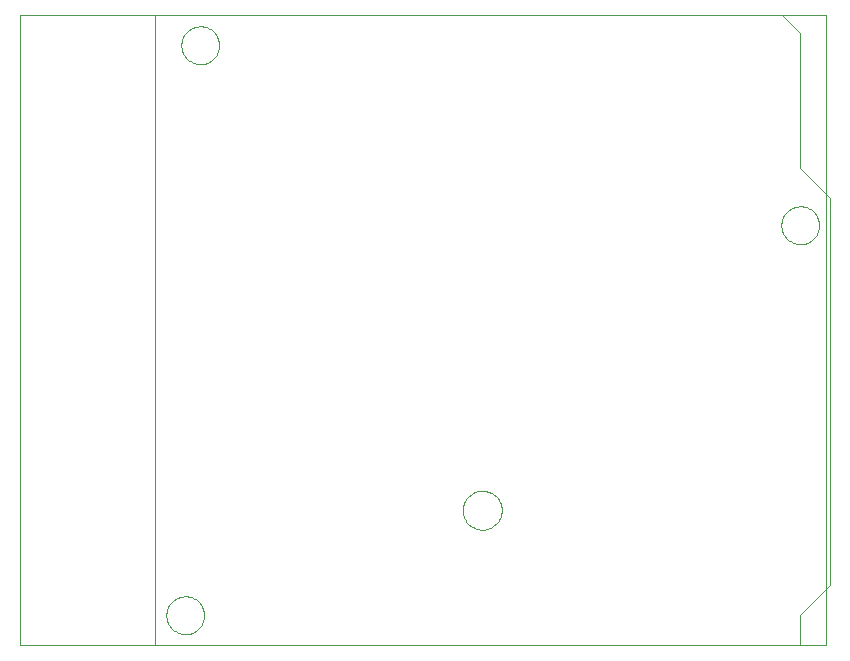
<source format=gbp>
G75*
G70*
%OFA0B0*%
%FSLAX24Y24*%
%IPPOS*%
%LPD*%
%AMOC8*
5,1,8,0,0,1.08239X$1,22.5*
%
%ADD10C,0.0000*%
D10*
X002706Y000504D02*
X002706Y021504D01*
X028106Y021504D01*
X028706Y020904D01*
X028706Y016404D01*
X029706Y015404D01*
X029706Y002504D01*
X028706Y001504D01*
X028706Y000504D01*
X002706Y000504D01*
X007206Y000504D02*
X007206Y021500D01*
X029576Y021500D01*
X029576Y000504D01*
X007206Y000504D01*
X007576Y001504D02*
X007578Y001554D01*
X007584Y001604D01*
X007594Y001653D01*
X007608Y001701D01*
X007625Y001748D01*
X007646Y001793D01*
X007671Y001837D01*
X007699Y001878D01*
X007731Y001917D01*
X007765Y001954D01*
X007802Y001988D01*
X007842Y002018D01*
X007884Y002045D01*
X007928Y002069D01*
X007974Y002090D01*
X008021Y002106D01*
X008069Y002119D01*
X008119Y002128D01*
X008168Y002133D01*
X008219Y002134D01*
X008269Y002131D01*
X008318Y002124D01*
X008367Y002113D01*
X008415Y002098D01*
X008461Y002080D01*
X008506Y002058D01*
X008549Y002032D01*
X008590Y002003D01*
X008629Y001971D01*
X008665Y001936D01*
X008697Y001898D01*
X008727Y001858D01*
X008754Y001815D01*
X008777Y001771D01*
X008796Y001725D01*
X008812Y001677D01*
X008824Y001628D01*
X008832Y001579D01*
X008836Y001529D01*
X008836Y001479D01*
X008832Y001429D01*
X008824Y001380D01*
X008812Y001331D01*
X008796Y001283D01*
X008777Y001237D01*
X008754Y001193D01*
X008727Y001150D01*
X008697Y001110D01*
X008665Y001072D01*
X008629Y001037D01*
X008590Y001005D01*
X008549Y000976D01*
X008506Y000950D01*
X008461Y000928D01*
X008415Y000910D01*
X008367Y000895D01*
X008318Y000884D01*
X008269Y000877D01*
X008219Y000874D01*
X008168Y000875D01*
X008119Y000880D01*
X008069Y000889D01*
X008021Y000902D01*
X007974Y000918D01*
X007928Y000939D01*
X007884Y000963D01*
X007842Y000990D01*
X007802Y001020D01*
X007765Y001054D01*
X007731Y001091D01*
X007699Y001130D01*
X007671Y001171D01*
X007646Y001215D01*
X007625Y001260D01*
X007608Y001307D01*
X007594Y001355D01*
X007584Y001404D01*
X007578Y001454D01*
X007576Y001504D01*
X017456Y005004D02*
X017458Y005054D01*
X017464Y005104D01*
X017474Y005154D01*
X017487Y005202D01*
X017504Y005250D01*
X017525Y005296D01*
X017549Y005340D01*
X017577Y005382D01*
X017608Y005422D01*
X017642Y005459D01*
X017679Y005494D01*
X017718Y005525D01*
X017759Y005554D01*
X017803Y005579D01*
X017849Y005601D01*
X017896Y005619D01*
X017944Y005633D01*
X017993Y005644D01*
X018043Y005651D01*
X018093Y005654D01*
X018144Y005653D01*
X018194Y005648D01*
X018244Y005639D01*
X018292Y005627D01*
X018340Y005610D01*
X018386Y005590D01*
X018431Y005567D01*
X018474Y005540D01*
X018514Y005510D01*
X018552Y005477D01*
X018587Y005441D01*
X018620Y005402D01*
X018649Y005361D01*
X018675Y005318D01*
X018698Y005273D01*
X018717Y005226D01*
X018732Y005178D01*
X018744Y005129D01*
X018752Y005079D01*
X018756Y005029D01*
X018756Y004979D01*
X018752Y004929D01*
X018744Y004879D01*
X018732Y004830D01*
X018717Y004782D01*
X018698Y004735D01*
X018675Y004690D01*
X018649Y004647D01*
X018620Y004606D01*
X018587Y004567D01*
X018552Y004531D01*
X018514Y004498D01*
X018474Y004468D01*
X018431Y004441D01*
X018386Y004418D01*
X018340Y004398D01*
X018292Y004381D01*
X018244Y004369D01*
X018194Y004360D01*
X018144Y004355D01*
X018093Y004354D01*
X018043Y004357D01*
X017993Y004364D01*
X017944Y004375D01*
X017896Y004389D01*
X017849Y004407D01*
X017803Y004429D01*
X017759Y004454D01*
X017718Y004483D01*
X017679Y004514D01*
X017642Y004549D01*
X017608Y004586D01*
X017577Y004626D01*
X017549Y004668D01*
X017525Y004712D01*
X017504Y004758D01*
X017487Y004806D01*
X017474Y004854D01*
X017464Y004904D01*
X017458Y004954D01*
X017456Y005004D01*
X028076Y014504D02*
X028078Y014554D01*
X028084Y014604D01*
X028094Y014653D01*
X028108Y014701D01*
X028125Y014748D01*
X028146Y014793D01*
X028171Y014837D01*
X028199Y014878D01*
X028231Y014917D01*
X028265Y014954D01*
X028302Y014988D01*
X028342Y015018D01*
X028384Y015045D01*
X028428Y015069D01*
X028474Y015090D01*
X028521Y015106D01*
X028569Y015119D01*
X028619Y015128D01*
X028668Y015133D01*
X028719Y015134D01*
X028769Y015131D01*
X028818Y015124D01*
X028867Y015113D01*
X028915Y015098D01*
X028961Y015080D01*
X029006Y015058D01*
X029049Y015032D01*
X029090Y015003D01*
X029129Y014971D01*
X029165Y014936D01*
X029197Y014898D01*
X029227Y014858D01*
X029254Y014815D01*
X029277Y014771D01*
X029296Y014725D01*
X029312Y014677D01*
X029324Y014628D01*
X029332Y014579D01*
X029336Y014529D01*
X029336Y014479D01*
X029332Y014429D01*
X029324Y014380D01*
X029312Y014331D01*
X029296Y014283D01*
X029277Y014237D01*
X029254Y014193D01*
X029227Y014150D01*
X029197Y014110D01*
X029165Y014072D01*
X029129Y014037D01*
X029090Y014005D01*
X029049Y013976D01*
X029006Y013950D01*
X028961Y013928D01*
X028915Y013910D01*
X028867Y013895D01*
X028818Y013884D01*
X028769Y013877D01*
X028719Y013874D01*
X028668Y013875D01*
X028619Y013880D01*
X028569Y013889D01*
X028521Y013902D01*
X028474Y013918D01*
X028428Y013939D01*
X028384Y013963D01*
X028342Y013990D01*
X028302Y014020D01*
X028265Y014054D01*
X028231Y014091D01*
X028199Y014130D01*
X028171Y014171D01*
X028146Y014215D01*
X028125Y014260D01*
X028108Y014307D01*
X028094Y014355D01*
X028084Y014404D01*
X028078Y014454D01*
X028076Y014504D01*
X008076Y020504D02*
X008078Y020554D01*
X008084Y020604D01*
X008094Y020653D01*
X008108Y020701D01*
X008125Y020748D01*
X008146Y020793D01*
X008171Y020837D01*
X008199Y020878D01*
X008231Y020917D01*
X008265Y020954D01*
X008302Y020988D01*
X008342Y021018D01*
X008384Y021045D01*
X008428Y021069D01*
X008474Y021090D01*
X008521Y021106D01*
X008569Y021119D01*
X008619Y021128D01*
X008668Y021133D01*
X008719Y021134D01*
X008769Y021131D01*
X008818Y021124D01*
X008867Y021113D01*
X008915Y021098D01*
X008961Y021080D01*
X009006Y021058D01*
X009049Y021032D01*
X009090Y021003D01*
X009129Y020971D01*
X009165Y020936D01*
X009197Y020898D01*
X009227Y020858D01*
X009254Y020815D01*
X009277Y020771D01*
X009296Y020725D01*
X009312Y020677D01*
X009324Y020628D01*
X009332Y020579D01*
X009336Y020529D01*
X009336Y020479D01*
X009332Y020429D01*
X009324Y020380D01*
X009312Y020331D01*
X009296Y020283D01*
X009277Y020237D01*
X009254Y020193D01*
X009227Y020150D01*
X009197Y020110D01*
X009165Y020072D01*
X009129Y020037D01*
X009090Y020005D01*
X009049Y019976D01*
X009006Y019950D01*
X008961Y019928D01*
X008915Y019910D01*
X008867Y019895D01*
X008818Y019884D01*
X008769Y019877D01*
X008719Y019874D01*
X008668Y019875D01*
X008619Y019880D01*
X008569Y019889D01*
X008521Y019902D01*
X008474Y019918D01*
X008428Y019939D01*
X008384Y019963D01*
X008342Y019990D01*
X008302Y020020D01*
X008265Y020054D01*
X008231Y020091D01*
X008199Y020130D01*
X008171Y020171D01*
X008146Y020215D01*
X008125Y020260D01*
X008108Y020307D01*
X008094Y020355D01*
X008084Y020404D01*
X008078Y020454D01*
X008076Y020504D01*
M02*

</source>
